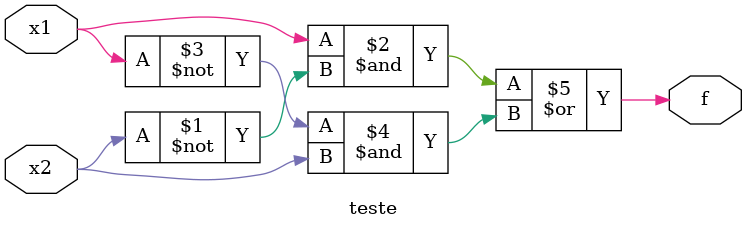
<source format=v>
module teste (x1, x2, f);
	input x1, x2;
	output f;
	assign f=(x1&~x2)|(~x1 & x2);
endmodule

</source>
